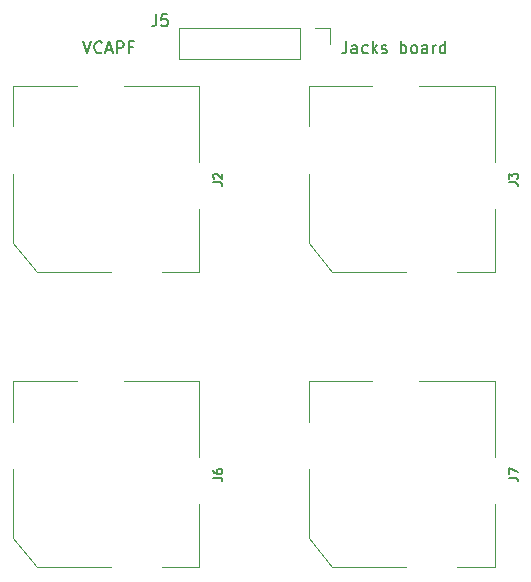
<source format=gto>
G04 #@! TF.GenerationSoftware,KiCad,Pcbnew,6.0.5-a6ca702e91~116~ubuntu20.04.1*
G04 #@! TF.CreationDate,2022-05-18T17:07:33-04:00*
G04 #@! TF.ProjectId,vcapf_jacks,76636170-665f-46a6-9163-6b732e6b6963,rev?*
G04 #@! TF.SameCoordinates,Original*
G04 #@! TF.FileFunction,Legend,Top*
G04 #@! TF.FilePolarity,Positive*
%FSLAX46Y46*%
G04 Gerber Fmt 4.6, Leading zero omitted, Abs format (unit mm)*
G04 Created by KiCad (PCBNEW 6.0.5-a6ca702e91~116~ubuntu20.04.1) date 2022-05-18 17:07:33*
%MOMM*%
%LPD*%
G01*
G04 APERTURE LIST*
%ADD10C,0.150000*%
%ADD11C,0.120000*%
G04 APERTURE END LIST*
D10*
X135566522Y-78314379D02*
X135899856Y-79314379D01*
X136233189Y-78314379D01*
X137137951Y-79219141D02*
X137090332Y-79266760D01*
X136947475Y-79314379D01*
X136852237Y-79314379D01*
X136709379Y-79266760D01*
X136614141Y-79171522D01*
X136566522Y-79076284D01*
X136518903Y-78885808D01*
X136518903Y-78742951D01*
X136566522Y-78552475D01*
X136614141Y-78457237D01*
X136709379Y-78361999D01*
X136852237Y-78314379D01*
X136947475Y-78314379D01*
X137090332Y-78361999D01*
X137137951Y-78409618D01*
X137518903Y-79028665D02*
X137995094Y-79028665D01*
X137423665Y-79314379D02*
X137756999Y-78314379D01*
X138090332Y-79314379D01*
X138423665Y-79314379D02*
X138423665Y-78314379D01*
X138804618Y-78314379D01*
X138899856Y-78361999D01*
X138947475Y-78409618D01*
X138995094Y-78504856D01*
X138995094Y-78647713D01*
X138947475Y-78742951D01*
X138899856Y-78790570D01*
X138804618Y-78838189D01*
X138423665Y-78838189D01*
X139756999Y-78790570D02*
X139423665Y-78790570D01*
X139423665Y-79314379D02*
X139423665Y-78314379D01*
X139899856Y-78314379D01*
X157839379Y-78314379D02*
X157839379Y-79028665D01*
X157791760Y-79171522D01*
X157696522Y-79266760D01*
X157553665Y-79314379D01*
X157458427Y-79314379D01*
X158744141Y-79314379D02*
X158744141Y-78790570D01*
X158696522Y-78695332D01*
X158601284Y-78647713D01*
X158410808Y-78647713D01*
X158315570Y-78695332D01*
X158744141Y-79266760D02*
X158648903Y-79314379D01*
X158410808Y-79314379D01*
X158315570Y-79266760D01*
X158267951Y-79171522D01*
X158267951Y-79076284D01*
X158315570Y-78981046D01*
X158410808Y-78933427D01*
X158648903Y-78933427D01*
X158744141Y-78885808D01*
X159648903Y-79266760D02*
X159553665Y-79314379D01*
X159363189Y-79314379D01*
X159267951Y-79266760D01*
X159220332Y-79219141D01*
X159172713Y-79123903D01*
X159172713Y-78838189D01*
X159220332Y-78742951D01*
X159267951Y-78695332D01*
X159363189Y-78647713D01*
X159553665Y-78647713D01*
X159648903Y-78695332D01*
X160077475Y-79314379D02*
X160077475Y-78314379D01*
X160172713Y-78933427D02*
X160458427Y-79314379D01*
X160458427Y-78647713D02*
X160077475Y-79028665D01*
X160839379Y-79266760D02*
X160934618Y-79314379D01*
X161125094Y-79314379D01*
X161220332Y-79266760D01*
X161267951Y-79171522D01*
X161267951Y-79123903D01*
X161220332Y-79028665D01*
X161125094Y-78981046D01*
X160982237Y-78981046D01*
X160886999Y-78933427D01*
X160839379Y-78838189D01*
X160839379Y-78790570D01*
X160886999Y-78695332D01*
X160982237Y-78647713D01*
X161125094Y-78647713D01*
X161220332Y-78695332D01*
X162458427Y-79314379D02*
X162458427Y-78314379D01*
X162458427Y-78695332D02*
X162553665Y-78647713D01*
X162744141Y-78647713D01*
X162839379Y-78695332D01*
X162886999Y-78742951D01*
X162934618Y-78838189D01*
X162934618Y-79123903D01*
X162886999Y-79219141D01*
X162839379Y-79266760D01*
X162744141Y-79314379D01*
X162553665Y-79314379D01*
X162458427Y-79266760D01*
X163506046Y-79314379D02*
X163410808Y-79266760D01*
X163363189Y-79219141D01*
X163315570Y-79123903D01*
X163315570Y-78838189D01*
X163363189Y-78742951D01*
X163410808Y-78695332D01*
X163506046Y-78647713D01*
X163648903Y-78647713D01*
X163744141Y-78695332D01*
X163791760Y-78742951D01*
X163839379Y-78838189D01*
X163839379Y-79123903D01*
X163791760Y-79219141D01*
X163744141Y-79266760D01*
X163648903Y-79314379D01*
X163506046Y-79314379D01*
X164696522Y-79314379D02*
X164696522Y-78790570D01*
X164648903Y-78695332D01*
X164553665Y-78647713D01*
X164363189Y-78647713D01*
X164267951Y-78695332D01*
X164696522Y-79266760D02*
X164601284Y-79314379D01*
X164363189Y-79314379D01*
X164267951Y-79266760D01*
X164220332Y-79171522D01*
X164220332Y-79076284D01*
X164267951Y-78981046D01*
X164363189Y-78933427D01*
X164601284Y-78933427D01*
X164696522Y-78885808D01*
X165172713Y-79314379D02*
X165172713Y-78647713D01*
X165172713Y-78838189D02*
X165220332Y-78742951D01*
X165267951Y-78695332D01*
X165363189Y-78647713D01*
X165458427Y-78647713D01*
X166220332Y-79314379D02*
X166220332Y-78314379D01*
X166220332Y-79266760D02*
X166125094Y-79314379D01*
X165934618Y-79314379D01*
X165839379Y-79266760D01*
X165791760Y-79219141D01*
X165744141Y-79123903D01*
X165744141Y-78838189D01*
X165791760Y-78742951D01*
X165839379Y-78695332D01*
X165934618Y-78647713D01*
X166125094Y-78647713D01*
X166220332Y-78695332D01*
G04 #@! TO.C,J2*
X146589284Y-90249999D02*
X147124999Y-90249999D01*
X147232141Y-90285713D01*
X147303570Y-90357141D01*
X147339284Y-90464284D01*
X147339284Y-90535713D01*
X146660713Y-89928570D02*
X146624999Y-89892856D01*
X146589284Y-89821427D01*
X146589284Y-89642856D01*
X146624999Y-89571427D01*
X146660713Y-89535713D01*
X146732141Y-89499999D01*
X146803570Y-89499999D01*
X146910713Y-89535713D01*
X147339284Y-89964284D01*
X147339284Y-89499999D01*
G04 #@! TO.C,J7*
X171589284Y-115249999D02*
X172124999Y-115249999D01*
X172232141Y-115285713D01*
X172303570Y-115357141D01*
X172339284Y-115464284D01*
X172339284Y-115535713D01*
X171589284Y-114964284D02*
X171589284Y-114464284D01*
X172339284Y-114785713D01*
G04 #@! TO.C,J3*
X171589284Y-90249999D02*
X172124999Y-90249999D01*
X172232141Y-90285713D01*
X172303570Y-90357141D01*
X172339284Y-90464284D01*
X172339284Y-90535713D01*
X171589284Y-89964284D02*
X171589284Y-89499999D01*
X171874999Y-89749999D01*
X171874999Y-89642856D01*
X171910713Y-89571427D01*
X171946427Y-89535713D01*
X172017856Y-89499999D01*
X172196427Y-89499999D01*
X172267856Y-89535713D01*
X172303570Y-89571427D01*
X172339284Y-89642856D01*
X172339284Y-89857141D01*
X172303570Y-89928570D01*
X172267856Y-89964284D01*
G04 #@! TO.C,J5*
X141741665Y-76028379D02*
X141741665Y-76742665D01*
X141694046Y-76885522D01*
X141598808Y-76980760D01*
X141455951Y-77028379D01*
X141360713Y-77028379D01*
X142694046Y-76028379D02*
X142217856Y-76028379D01*
X142170237Y-76504570D01*
X142217856Y-76456951D01*
X142313094Y-76409332D01*
X142551189Y-76409332D01*
X142646427Y-76456951D01*
X142694046Y-76504570D01*
X142741665Y-76599808D01*
X142741665Y-76837903D01*
X142694046Y-76933141D01*
X142646427Y-76980760D01*
X142551189Y-77028379D01*
X142313094Y-77028379D01*
X142217856Y-76980760D01*
X142170237Y-76933141D01*
G04 #@! TO.C,J6*
X146589284Y-115249999D02*
X147124999Y-115249999D01*
X147232141Y-115285713D01*
X147303570Y-115357141D01*
X147339284Y-115464284D01*
X147339284Y-115535713D01*
X146589284Y-114571427D02*
X146589284Y-114714284D01*
X146624999Y-114785713D01*
X146660713Y-114821427D01*
X146767856Y-114892856D01*
X146910713Y-114928570D01*
X147196427Y-114928570D01*
X147267856Y-114892856D01*
X147303570Y-114857141D01*
X147339284Y-114785713D01*
X147339284Y-114642856D01*
X147303570Y-114571427D01*
X147267856Y-114535713D01*
X147196427Y-114499999D01*
X147017856Y-114499999D01*
X146946427Y-114535713D01*
X146910713Y-114571427D01*
X146874999Y-114642856D01*
X146874999Y-114785713D01*
X146910713Y-114857141D01*
X146946427Y-114892856D01*
X147017856Y-114928570D01*
D11*
G04 #@! TO.C,J2*
X129649999Y-82099999D02*
X134999999Y-82099999D01*
X131699999Y-97849999D02*
X131649999Y-97849999D01*
X145399999Y-92499999D02*
X145399999Y-97849999D01*
X129649999Y-95349999D02*
X129649999Y-89499999D01*
X137899999Y-97849999D02*
X131699999Y-97849999D01*
X138999999Y-82099999D02*
X145399999Y-82099999D01*
X129649999Y-85499999D02*
X129649999Y-82099999D01*
X145399999Y-82099999D02*
X145399999Y-88499999D01*
X131649999Y-97849999D02*
X129649999Y-95349999D01*
X145399999Y-97849999D02*
X142199999Y-97849999D01*
G04 #@! TO.C,J7*
X170399999Y-107099999D02*
X170399999Y-113499999D01*
X162899999Y-122849999D02*
X156699999Y-122849999D01*
X154649999Y-110499999D02*
X154649999Y-107099999D01*
X156699999Y-122849999D02*
X156649999Y-122849999D01*
X154649999Y-120349999D02*
X154649999Y-114499999D01*
X163999999Y-107099999D02*
X170399999Y-107099999D01*
X170399999Y-122849999D02*
X167199999Y-122849999D01*
X170399999Y-117499999D02*
X170399999Y-122849999D01*
X154649999Y-107099999D02*
X159999999Y-107099999D01*
X156649999Y-122849999D02*
X154649999Y-120349999D01*
G04 #@! TO.C,J3*
X170399999Y-92499999D02*
X170399999Y-97849999D01*
X154649999Y-82099999D02*
X159999999Y-82099999D01*
X170399999Y-97849999D02*
X167199999Y-97849999D01*
X163999999Y-82099999D02*
X170399999Y-82099999D01*
X154649999Y-85499999D02*
X154649999Y-82099999D01*
X156699999Y-97849999D02*
X156649999Y-97849999D01*
X156649999Y-97849999D02*
X154649999Y-95349999D01*
X154649999Y-95349999D02*
X154649999Y-89499999D01*
X170399999Y-82099999D02*
X170399999Y-88499999D01*
X162899999Y-97849999D02*
X156699999Y-97849999D01*
G04 #@! TO.C,J5*
X156489999Y-77169999D02*
X156489999Y-78499999D01*
X143669999Y-77169999D02*
X143669999Y-79829999D01*
X153889999Y-77169999D02*
X143669999Y-77169999D01*
X153889999Y-79829999D02*
X143669999Y-79829999D01*
X155159999Y-77169999D02*
X156489999Y-77169999D01*
X153889999Y-77169999D02*
X153889999Y-79829999D01*
G04 #@! TO.C,J6*
X131649999Y-122849999D02*
X129649999Y-120349999D01*
X129649999Y-120349999D02*
X129649999Y-114499999D01*
X145399999Y-107099999D02*
X145399999Y-113499999D01*
X129649999Y-107099999D02*
X134999999Y-107099999D01*
X129649999Y-110499999D02*
X129649999Y-107099999D01*
X145399999Y-122849999D02*
X142199999Y-122849999D01*
X138999999Y-107099999D02*
X145399999Y-107099999D01*
X131699999Y-122849999D02*
X131649999Y-122849999D01*
X137899999Y-122849999D02*
X131699999Y-122849999D01*
X145399999Y-117499999D02*
X145399999Y-122849999D01*
G04 #@! TD*
M02*

</source>
